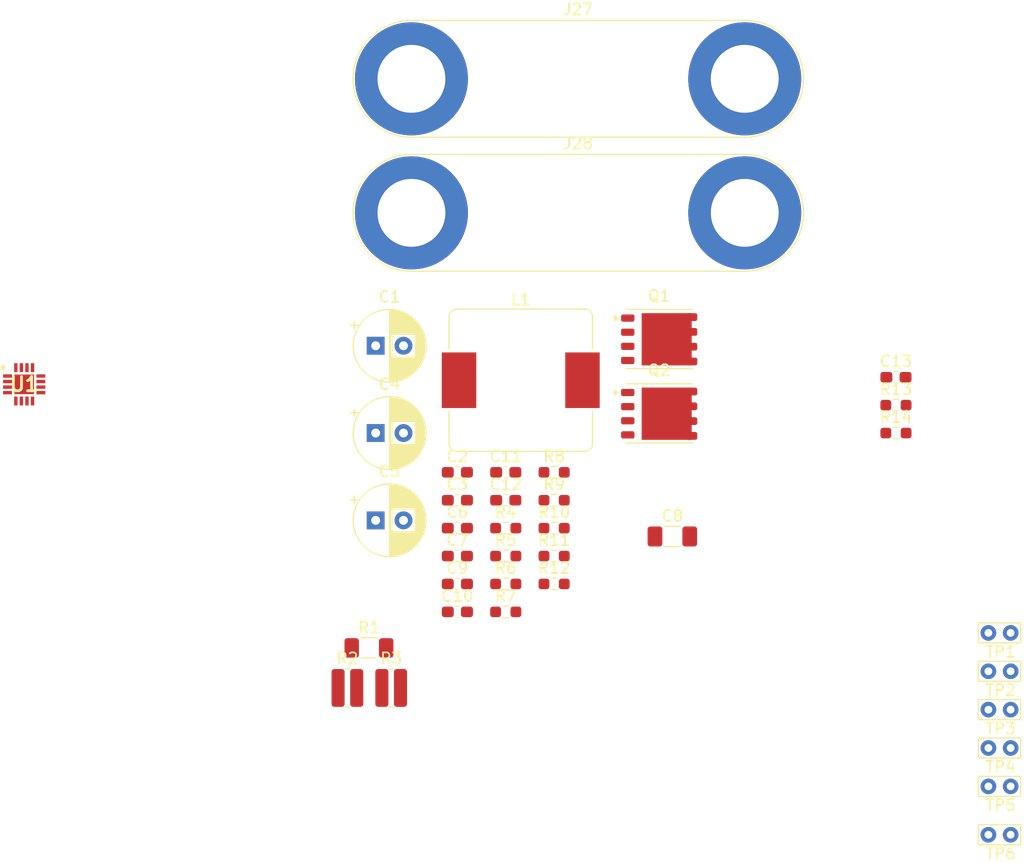
<source format=kicad_pcb>
(kicad_pcb (version 20241229) (generator "pcbnew") (generator_version "9.0")
  (title_block (title "Boost (Stage 2) Test Board") (date "2025-05-26") (rev "1B") (company "UT Robomasters") (comment 1 "Robomasters"))
  (layers (0 "F.Cu" signal) (2 "B.Cu" signal) (13 "F.Paste" user) (15 "B.Paste" user) (5 "F.SilkS" user "F.Silkscreen") (7 "B.SilkS" user "B.Silkscreen") (1 "F.Mask" user) (3 "B.Mask" user) (25 "Edge.Cuts" user))
  (net 0 "")
  (net 1 "GNDPWR")
  (net 2 "/+4.4V_{SCAP}_IN")
  (net 3 "/Output Boost (Stage 2)/BOOT")
  (net 4 "/Output Boost (Stage 2)/SW")
  (net 5 "/+24V_CAP_OUT")
  (net 6 "/Output Boost (Stage 2)/PGND")
  (net 7 "/Output Boost (Stage 2)/VCC")
  (net 8 "/Output Boost (Stage 2)/FB")
  (net 9 "/Output Boost (Stage 2)/COMP")
  (net 10 "/Output Boost (Stage 2)/SS")
  (net 11 "/Output Boost (Stage 2)/COMP_R")
  (net 12 "/Output Boost (Stage 2)/ISNS-")
  (net 13 "/Output Boost (Stage 2)/HDRV_R")
  (net 14 "/Output Boost (Stage 2)/LDRV_R")
  (net 15 "/Output Boost (Stage 2)/IN_R")
  (net 16 "/Output Boost (Stage 2)/PGOOD")
  (net 17 "/Output Boost (Stage 2)/LDRV")
  (net 18 "/Output Boost (Stage 2)/HDRV")
  (net 19 "/Output Boost (Stage 2)/RT")
  (net 21 "/Output Boost (Stage 2)/ISNS+")
  (net 22 "/Output Boost (Stage 2)/IN_RR")
  (footprint "TestPoint:TestPoint_Bridge_Pitch2.0mm_Drill0.7mm" (layer "F.Cu") (at 171.4 128.5)
    (property "Reference" "TP4" (at 1.1 1.7 0) (layer "F.SilkS"))
    (property "Value" "V_{LDRV}")
    (pad "1" thru_hole circle (at 0 0) (size 1.4 1.4) (drill 0.7) (layers "*.Cu" "*.Mask") (net 14 "/Output Boost (Stage 2)/LDRV_R"))
    (pad "1" thru_hole circle (at 2 0) (size 1.4 1.4) (drill 0.7) (layers "*.Cu" "*.Mask") (net 14 "/Output Boost (Stage 2)/LDRV_R"))
  )
  (footprint "Connector:Banana_Jack_2Pin" (layer "F.Cu") (at 119.52 68.33)
    (property "Reference" "J27" (at 14.985 -6.24 0) (layer "F.SilkS"))
    (property "Value" "Banana 2P")
    (pad "1" thru_hole circle (at 0 0) (size 10.16 10.16) (drill 6.1) (layers "*.Cu" "*.Mask") (net 2 "/+4.4V_{SCAP}_IN"))
    (pad "2" thru_hole circle (at 29.97 0) (size 10.16 10.16) (drill 6.1) (layers "*.Cu" "*.Mask") (net 1 "GNDPWR"))
  )
  (footprint "Resistor_SMD:R_0603_1608Metric_Pad0.98x0.95mm_HandSolder" (layer "F.Cu") (at 132.35 103.71)
    (property "Reference" "R8" (at 0 -1.43 0) (layer "F.SilkS"))
    (property "Value" "330k")
    (pad "1" smd roundrect (at -0.9125 0) (size 0.975 0.95) (layers "F.Cu" "F.Mask" "F.Paste") (net 5 "/+24V_CAP_OUT"))
    (pad "2" smd roundrect (at 0.9125 0) (size 0.975 0.95) (layers "F.Cu" "F.Mask" "F.Paste") (net 8 "/Output Boost (Stage 2)/FB"))
  )
  (footprint "Capacitor_SMD:C_0603_1608Metric_Pad1.08x0.95mm_HandSolder" (layer "F.Cu") (at 123.65 116.26)
    (property "Reference" "C10" (at 0 -1.43 0) (layer "F.SilkS"))
    (property "Value" "180p")
    (pad "1" smd roundrect (at -0.8625 0) (size 1.075 0.95) (layers "F.Cu" "F.Mask" "F.Paste") (net 9 "/Output Boost (Stage 2)/COMP"))
    (pad "2" smd roundrect (at 0.8625 0) (size 1.075 0.95) (layers "F.Cu" "F.Mask" "F.Paste") (net 1 "GNDPWR"))
  )
  (footprint "Inductor_SMD:L_Bourns_SRP1245A" (layer "F.Cu") (at 129.35 95.43)
    (property "Reference" "L1" (at 0 -7.25 0) (layer "F.SilkS"))
    (property "Value" "1.8u")
    (pad "1" smd rect (at -5.55 0) (size 3.1 5) (layers "F.Cu" "F.Mask" "F.Paste") (net 22 "/Output Boost (Stage 2)/IN_RR"))
    (pad "2" smd rect (at 5.55 0) (size 3.1 5) (layers "F.Cu" "F.Mask" "F.Paste") (net 4 "/Output Boost (Stage 2)/SW"))
  )
  (footprint "Resistor_SMD:R_0603_1608Metric_Pad0.98x0.95mm_HandSolder" (layer "F.Cu") (at 128 111.24)
    (property "Reference" "R5" (at 0 -1.43 0) (layer "F.SilkS"))
    (property "Value" "0")
    (pad "1" smd roundrect (at -0.9125 0) (size 0.975 0.95) (layers "F.Cu" "F.Mask" "F.Paste") (net 6 "/Output Boost (Stage 2)/PGND"))
    (pad "2" smd roundrect (at 0.9125 0) (size 0.975 0.95) (layers "F.Cu" "F.Mask" "F.Paste") (net 1 "GNDPWR"))
  )
  (footprint "Capacitor_SMD:C_0603_1608Metric_Pad1.08x0.95mm_HandSolder" (layer "F.Cu") (at 123.65 103.71)
    (property "Reference" "C2" (at 0 -1.43 0) (layer "F.SilkS"))
    (property "Value" "0.1u")
    (pad "1" smd roundrect (at -0.8625 0) (size 1.075 0.95) (layers "F.Cu" "F.Mask" "F.Paste") (net 2 "/+4.4V_{SCAP}_IN"))
    (pad "2" smd roundrect (at 0.8625 0) (size 1.075 0.95) (layers "F.Cu" "F.Mask" "F.Paste") (net 1 "GNDPWR"))
  )
  (footprint "Resistor_SMD:R_0612_1632Metric_Pad1.18x3.40mm_HandSolder" (layer "F.Cu") (at 117.7 123.1)
    (property "Reference" "R3" (at 0 -2.65 0) (layer "F.SilkS"))
    (property "Value" "1m")
    (pad "1" smd roundrect (at -0.8375 0) (size 1.175 3.4) (layers "F.Cu" "F.Mask" "F.Paste") (roundrect_rratio 0.212766) (net 15 "/Output Boost (Stage 2)/IN_R"))
    (pad "2" smd roundrect (at 0.8375 0) (size 1.175 3.4) (layers "F.Cu" "F.Mask" "F.Paste") (roundrect_rratio 0.212766) (net 22 "/Output Boost (Stage 2)/IN_RR"))
  )
  (footprint "Resistor_SMD:R_0612_1632Metric_Pad1.18x3.40mm_HandSolder" (layer "F.Cu") (at 113.7625 123.1)
    (property "Reference" "R2" (at 0 -2.65 0) (layer "F.SilkS"))
    (property "Value" "1m")
    (pad "1" smd roundrect (at -0.8375 0) (size 1.175 3.4) (layers "F.Cu" "F.Mask" "F.Paste") (roundrect_rratio 0.212766) (net 2 "/+4.4V_{SCAP}_IN"))
    (pad "2" smd roundrect (at 0.8375 0) (size 1.175 3.4) (layers "F.Cu" "F.Mask" "F.Paste") (roundrect_rratio 0.212766) (net 15 "/Output Boost (Stage 2)/IN_R"))
  )
  (footprint "Capacitor_SMD:C_0603_1608Metric_Pad1.08x0.95mm_HandSolder" (layer "F.Cu") (at 128 106.22)
    (property "Reference" "C12" (at 0 -1.43 0) (layer "F.SilkS"))
    (property "Value" "0.01u")
    (pad "1" smd roundrect (at -0.8625 0) (size 1.075 0.95) (layers "F.Cu" "F.Mask" "F.Paste") (net 11 "/Output Boost (Stage 2)/COMP_R"))
    (pad "2" smd roundrect (at 0.8625 0) (size 1.075 0.95) (layers "F.Cu" "F.Mask" "F.Paste") (net 1 "GNDPWR"))
  )
  (footprint "Resistor_SMD:R_0603_1608Metric_Pad0.98x0.95mm_HandSolder" (layer "F.Cu") (at 163.0875 100.18)
    (property "Reference" "R14" (at 0 -1.43 0) (layer "F.SilkS"))
    (property "Value" "10")
    (pad "1" smd roundrect (at -0.9125 0) (size 0.975 0.95) (layers "F.Cu" "F.Mask" "F.Paste") (net 12 "/Output Boost (Stage 2)/ISNS-"))
    (pad "2" smd roundrect (at 0.9125 0) (size 0.975 0.95) (layers "F.Cu" "F.Mask" "F.Paste") (net 22 "/Output Boost (Stage 2)/IN_RR"))
  )
  (footprint "Resistor_SMD:R_0603_1608Metric_Pad0.98x0.95mm_HandSolder" (layer "F.Cu") (at 132.35 113.75)
    (property "Reference" "R12" (at 0 -1.43 0) (layer "F.SilkS"))
    (property "Value" "43k")
    (pad "1" smd roundrect (at -0.9125 0) (size 0.975 0.95) (layers "F.Cu" "F.Mask" "F.Paste") (net 8 "/Output Boost (Stage 2)/FB"))
    (pad "2" smd roundrect (at 0.9125 0) (size 0.975 0.95) (layers "F.Cu" "F.Mask" "F.Paste") (net 1 "GNDPWR"))
  )
  (footprint "Capacitor_SMD:C_0603_1608Metric_Pad1.08x0.95mm_HandSolder" (layer "F.Cu") (at 123.65 108.73)
    (property "Reference" "C6" (at 0 -1.43 0) (layer "F.SilkS"))
    (property "Value" "1u")
    (pad "1" smd roundrect (at -0.8625 0) (size 1.075 0.95) (layers "F.Cu" "F.Mask" "F.Paste") (net 5 "/+24V_CAP_OUT"))
    (pad "2" smd roundrect (at 0.8625 0) (size 1.075 0.95) (layers "F.Cu" "F.Mask" "F.Paste") (net 1 "GNDPWR"))
  )
  (footprint "TestPoint:TestPoint_Bridge_Pitch2.0mm_Drill0.7mm" (layer "F.Cu") (at 171.4 125.05)
    (property "Reference" "TP3" (at 1.1 1.7 0) (layer "F.SilkS"))
    (property "Value" "V_{N}")
    (pad "1" thru_hole circle (at 0 0) (size 1.4 1.4) (drill 0.7) (layers "*.Cu" "*.Mask") (net 12 "/Output Boost (Stage 2)/ISNS-"))
    (pad "1" thru_hole circle (at 2 0) (size 1.4 1.4) (drill 0.7) (layers "*.Cu" "*.Mask") (net 12 "/Output Boost (Stage 2)/ISNS-"))
  )
  (footprint "Connector:Banana_Jack_2Pin" (layer "F.Cu") (at 119.52 80.38)
    (property "Reference" "J28" (at 14.985 -6.24 0) (layer "F.SilkS"))
    (property "Value" "Banana 2P")
    (pad "1" thru_hole circle (at 0 0) (size 10.16 10.16) (drill 6.1) (layers "*.Cu" "*.Mask") (net 5 "/+24V_CAP_OUT"))
    (pad "2" thru_hole circle (at 29.97 0) (size 10.16 10.16) (drill 6.1) (layers "*.Cu" "*.Mask") (net 1 "GNDPWR"))
  )
  (footprint "! Robomaster ICs:Texas_S-PWQFN-N16" (layer "F.Cu") (at 84.7 95.8)
    (property "Reference" "U1" (at 0 0 0) (layer "F.SilkS") (effects (font (size 1.27 1.27) (thickness 0.254))))
    (property "Value" "TPS43061" (hide yes))
    (pad "1" smd rect (at -1.5 -0.75 90) (size 0.3 0.8) (layers "F.Cu" "F.Mask" "F.Paste") (net 19 "/Output Boost (Stage 2)/RT"))
    (pad "2" smd rect (at -1.5 -0.25 90) (size 0.3 0.8) (layers "F.Cu" "F.Mask" "F.Paste") (net 10 "/Output Boost (Stage 2)/SS"))
    (pad "3" smd rect (at -1.5 0.25 90) (size 0.3 0.8) (layers "F.Cu" "F.Mask" "F.Paste") (net 9 "/Output Boost (Stage 2)/COMP"))
    (pad "4" smd rect (at -1.5 0.75 90) (size 0.3 0.8) (layers "F.Cu" "F.Mask" "F.Paste") (net 8 "/Output Boost (Stage 2)/FB"))
    (pad "5" smd rect (at -0.75 1.5) (size 0.3 0.8) (layers "F.Cu" "F.Mask" "F.Paste") (net 12 "/Output Boost (Stage 2)/ISNS-"))
    (pad "6" smd rect (at -0.25 1.5) (size 0.3 0.8) (layers "F.Cu" "F.Mask" "F.Paste") (net 21 "/Output Boost (Stage 2)/ISNS+"))
    (pad "7" smd rect (at 0.25 1.5) (size 0.3 0.8) (layers "F.Cu" "F.Mask" "F.Paste") (net 21 "/Output Boost (Stage 2)/ISNS+"))
    (pad "8" smd rect (at 0.75 1.5) (size 0.3 0.8) (layers "F.Cu" "F.Mask" "F.Paste") (net 17 "/Output Boost (Stage 2)/LDRV"))
    (pad "9" smd rect (at 1.5 0.75 90) (size 0.3 0.8) (layers "F.Cu" "F.Mask" "F.Paste") (net 6 "/Output Boost (Stage 2)/PGND"))
    (pad "10" smd rect (at 1.5 0.25 90) (size 0.3 0.8) (layers "F.Cu" "F.Mask" "F.Paste") (net 7 "/Output Boost (Stage 2)/VCC"))
    (pad "11" smd rect (at 1.5 -0.25 90) (size 0.3 0.8) (layers "F.Cu" "F.Mask" "F.Paste") (net 3 "/Output Boost (Stage 2)/BOOT"))
    (pad "12" smd rect (at 1.5 -0.75 90) (size 0.3 0.8) (layers "F.Cu" "F.Mask" "F.Paste") (net 4 "/Output Boost (Stage 2)/SW"))
    (pad "13" smd rect (at 0.75 -1.5) (size 0.3 0.8) (layers "F.Cu" "F.Mask" "F.Paste") (net 18 "/Output Boost (Stage 2)/HDRV"))
    (pad "14" smd rect (at 0.25 -1.5) (size 0.3 0.8) (layers "F.Cu" "F.Mask" "F.Paste") (net 16 "/Output Boost (Stage 2)/PGOOD"))
    (pad "15" smd rect (at -0.25 -1.5) (size 0.3 0.8) (layers "F.Cu" "F.Mask" "F.Paste"))
    (pad "16" smd rect (at -0.75 -1.5) (size 0.3 0.8) (layers "F.Cu" "F.Mask" "F.Paste") (net 1 "GNDPWR"))
    (pad "17" smd rect (at 0 0) (size 1.76 1.76) (layers "F.Cu" "F.Mask" "F.Paste") (net 1 "GNDPWR"))
  )
  (footprint "Resistor_SMD:R_0603_1608Metric_Pad0.98x0.95mm_HandSolder" (layer "F.Cu") (at 132.35 106.22)
    (property "Reference" "R9" (at 0 -1.43 0) (layer "F.SilkS"))
    (property "Value" "0")
    (pad "1" smd roundrect (at -0.9125 0) (size 0.975 0.95) (layers "F.Cu" "F.Mask" "F.Paste") (net 18 "/Output Boost (Stage 2)/HDRV"))
    (pad "2" smd roundrect (at 0.9125 0) (size 0.975 0.95) (layers "F.Cu" "F.Mask" "F.Paste") (net 13 "/Output Boost (Stage 2)/HDRV_R"))
  )
  (footprint "Package_SON:Infineon_PG-TDSON-8_6.15x5.15mm" (layer "F.Cu") (at 141.796827 91.75)
    (property "Reference" "Q1" (at 0 -3.9 0) (layer "F.SilkS"))
    (property "Value" "BSC059N04LS6")
    (pad "1" smd roundrect (at -2.825 -1.905) (size 1.2 0.65) (layers "F.Cu" "F.Mask" "F.Paste") (net 4 "/Output Boost (Stage 2)/SW"))
    (pad "2" smd roundrect (at -2.825 -0.635) (size 1.2 0.65) (layers "F.Cu" "F.Mask" "F.Paste") (net 4 "/Output Boost (Stage 2)/SW"))
    (pad "3" smd roundrect (at -2.825 0.635) (size 1.2 0.65) (layers "F.Cu" "F.Mask" "F.Paste") (net 4 "/Output Boost (Stage 2)/SW"))
    (pad "4" smd roundrect (at -2.825 1.905) (size 1.2 0.65) (layers "F.Cu" "F.Mask" "F.Paste") (net 13 "/Output Boost (Stage 2)/HDRV_R"))
    (pad "5" smd rect (at 0.675 0) (size 4.5 4.7) (layers "F.Cu" "F.Mask") (net 5 "/+24V_CAP_OUT"))
    (pad "5" smd roundrect (at 2.925 -1.995) (size 1 0.7) (layers "F.Cu" "F.Mask" "F.Paste") (net 5 "/+24V_CAP_OUT"))
    (pad "5" smd roundrect (at 2.925 -0.665) (size 1 0.7) (layers "F.Cu" "F.Mask" "F.Paste") (net 5 "/+24V_CAP_OUT"))
    (pad "5" smd roundrect (at 2.925 0.665) (size 1 0.7) (layers "F.Cu" "F.Mask" "F.Paste") (net 5 "/+24V_CAP_OUT"))
    (pad "5" smd roundrect (at 2.925 1.995) (size 1 0.7) (layers "F.Cu" "F.Mask" "F.Paste") (net 5 "/+24V_CAP_OUT"))
  )
  (footprint "Capacitor_SMD:C_0603_1608Metric_Pad1.08x0.95mm_HandSolder" (layer "F.Cu") (at 123.65 111.24)
    (property "Reference" "C7" (at 0 -1.43 0) (layer "F.SilkS"))
    (property "Value" "1u")
    (pad "1" smd roundrect (at -0.8625 0) (size 1.075 0.95) (layers "F.Cu" "F.Mask" "F.Paste") (net 5 "/+24V_CAP_OUT"))
    (pad "2" smd roundrect (at 0.8625 0) (size 1.075 0.95) (layers "F.Cu" "F.Mask" "F.Paste") (net 1 "GNDPWR"))
  )
  (footprint "Capacitor_THT:CP_Radial_D6.3mm_P2.50mm" (layer "F.Cu") (at 116.305241 100.18)
    (property "Reference" "C4" (at 1.25 -4.4 0) (layer "F.SilkS"))
    (property "Value" "220u")
    (pad "1" thru_hole rect (at 0 0) (size 1.6 1.6) (drill 0.8) (layers "*.Cu" "*.Mask") (net 5 "/+24V_CAP_OUT"))
    (pad "2" thru_hole circle (at 2.5 0) (size 1.6 1.6) (drill 0.8) (layers "*.Cu" "*.Mask") (net 1 "GNDPWR"))
  )
  (footprint "Package_SON:Infineon_PG-TDSON-8_6.15x5.15mm" (layer "F.Cu") (at 141.796827 98.44)
    (property "Reference" "Q2" (at 0 -3.9 0) (layer "F.SilkS"))
    (property "Value" "BSC059N04LS6")
    (pad "1" smd roundrect (at -2.825 -1.905) (size 1.2 0.65) (layers "F.Cu" "F.Mask" "F.Paste") (net 6 "/Output Boost (Stage 2)/PGND"))
    (pad "2" smd roundrect (at -2.825 -0.635) (size 1.2 0.65) (layers "F.Cu" "F.Mask" "F.Paste") (net 6 "/Output Boost (Stage 2)/PGND"))
    (pad "3" smd roundrect (at -2.825 0.635) (size 1.2 0.65) (layers "F.Cu" "F.Mask" "F.Paste") (net 6 "/Output Boost (Stage 2)/PGND"))
    (pad "4" smd roundrect (at -2.825 1.905) (size 1.2 0.65) (layers "F.Cu" "F.Mask" "F.Paste") (net 14 "/Output Boost (Stage 2)/LDRV_R"))
    (pad "5" smd rect (at 0.675 0) (size 4.5 4.7) (layers "F.Cu" "F.Mask") (net 4 "/Output Boost (Stage 2)/SW"))
    (pad "5" smd roundrect (at 2.925 -1.995) (size 1 0.7) (layers "F.Cu" "F.Mask" "F.Paste") (net 4 "/Output Boost (Stage 2)/SW"))
    (pad "5" smd roundrect (at 2.925 -0.665) (size 1 0.7) (layers "F.Cu" "F.Mask" "F.Paste") (net 4 "/Output Boost (Stage 2)/SW"))
    (pad "5" smd roundrect (at 2.925 0.665) (size 1 0.7) (layers "F.Cu" "F.Mask" "F.Paste") (net 4 "/Output Boost (Stage 2)/SW"))
    (pad "5" smd roundrect (at 2.925 1.995) (size 1 0.7) (layers "F.Cu" "F.Mask" "F.Paste") (net 4 "/Output Boost (Stage 2)/SW"))
  )
  (footprint "Capacitor_SMD:C_0603_1608Metric_Pad1.08x0.95mm_HandSolder" (layer "F.Cu") (at 128 103.71)
    (property "Reference" "C11" (at 0 -1.43 0) (layer "F.SilkS"))
    (property "Value" "0.1u")
    (pad "1" smd roundrect (at -0.8625 0) (size 1.075 0.95) (layers "F.Cu" "F.Mask" "F.Paste") (net 10 "/Output Boost (Stage 2)/SS"))
    (pad "2" smd roundrect (at 0.8625 0) (size 1.075 0.95) (layers "F.Cu" "F.Mask" "F.Paste") (net 1 "GNDPWR"))
  )
  (footprint "TestPoint:TestPoint_Bridge_Pitch2.0mm_Drill0.7mm" (layer "F.Cu") (at 171.4 118.15)
    (property "Reference" "TP1" (at 1.1 1.7 0) (layer "F.SilkS"))
    (property "Value" "V_{SW}")
    (pad "1" thru_hole circle (at 0 0) (size 1.4 1.4) (drill 0.7) (layers "*.Cu" "*.Mask") (net 4 "/Output Boost (Stage 2)/SW"))
    (pad "1" thru_hole circle (at 2 0) (size 1.4 1.4) (drill 0.7) (layers "*.Cu" "*.Mask") (net 4 "/Output Boost (Stage 2)/SW"))
  )
  (footprint "Capacitor_THT:CP_Radial_D6.3mm_P2.50mm" (layer "F.Cu") (at 116.305241 92.33)
    (property "Reference" "C1" (at 1.25 -4.4 0) (layer "F.SilkS"))
    (property "Value" "220u")
    (pad "1" thru_hole rect (at 0 0) (size 1.6 1.6) (drill 0.8) (layers "*.Cu" "*.Mask") (net 2 "/+4.4V_{SCAP}_IN"))
    (pad "2" thru_hole circle (at 2.5 0) (size 1.6 1.6) (drill 0.8) (layers "*.Cu" "*.Mask") (net 1 "GNDPWR"))
  )
  (footprint "TestPoint:TestPoint_Bridge_Pitch2.0mm_Drill0.7mm" (layer "F.Cu") (at 171.4 131.95)
    (property "Reference" "TP5" (at 1.1 1.7 0) (layer "F.SilkS"))
    (property "Value" "V_{HDRV}")
    (pad "1" thru_hole circle (at 0 0) (size 1.4 1.4) (drill 0.7) (layers "*.Cu" "*.Mask") (net 13 "/Output Boost (Stage 2)/HDRV_R"))
    (pad "1" thru_hole circle (at 2 0) (size 1.4 1.4) (drill 0.7) (layers "*.Cu" "*.Mask") (net 13 "/Output Boost (Stage 2)/HDRV_R"))
  )
  (footprint "Capacitor_SMD:C_1206_3216Metric_Pad1.33x1.80mm_HandSolder" (layer "F.Cu") (at 142.98 109.48)
    (property "Reference" "C8" (at 0 -1.85 0) (layer "F.SilkS"))
    (property "Value" "10u")
    (pad "1" smd roundrect (at -1.5625 0) (size 1.325 1.8) (layers "F.Cu" "F.Mask" "F.Paste") (roundrect_rratio 0.188679) (net 7 "/Output Boost (Stage 2)/VCC"))
    (pad "2" smd roundrect (at 1.5625 0) (size 1.325 1.8) (layers "F.Cu" "F.Mask" "F.Paste") (roundrect_rratio 0.188679) (net 6 "/Output Boost (Stage 2)/PGND"))
  )
  (footprint "Resistor_SMD:R_0603_1608Metric_Pad0.98x0.95mm_HandSolder" (layer "F.Cu") (at 128 108.73)
    (property "Reference" "R4" (at 0 -1.43 0) (layer "F.SilkS"))
    (property "Value" "100k")
    (pad "1" smd roundrect (at -0.9125 0) (size 0.975 0.95) (layers "F.Cu" "F.Mask" "F.Paste") (net 7 "/Output Boost (Stage 2)/VCC"))
    (pad "2" smd roundrect (at 0.9125 0) (size 0.975 0.95) (layers "F.Cu" "F.Mask" "F.Paste") (net 16 "/Output Boost (Stage 2)/PGOOD"))
  )
  (footprint "Capacitor_SMD:C_0603_1608Metric_Pad1.08x0.95mm_HandSolder" (layer "F.Cu") (at 123.65 106.22)
    (property "Reference" "C3" (at 0 -1.43 0) (layer "F.SilkS"))
    (property "Value" "0.1u")
    (pad "1" smd roundrect (at -0.8625 0) (size 1.075 0.95) (layers "F.Cu" "F.Mask" "F.Paste") (net 4 "/Output Boost (Stage 2)/SW"))
    (pad "2" smd roundrect (at 0.8625 0) (size 1.075 0.95) (layers "F.Cu" "F.Mask" "F.Paste") (net 3 "/Output Boost (Stage 2)/BOOT"))
  )
  (footprint "Resistor_SMD:R_0603_1608Metric_Pad0.98x0.95mm_HandSolder" (layer "F.Cu") (at 128 113.75)
    (property "Reference" "R6" (at 0 -1.43 0) (layer "F.SilkS"))
    (property "Value" "0")
    (pad "1" smd roundrect (at -0.9125 0) (size 0.975 0.95) (layers "F.Cu" "F.Mask" "F.Paste") (net 17 "/Output Boost (Stage 2)/LDRV"))
    (pad "2" smd roundrect (at 0.9125 0) (size 0.975 0.95) (layers "F.Cu" "F.Mask" "F.Paste") (net 14 "/Output Boost (Stage 2)/LDRV_R"))
  )
  (footprint "Capacitor_SMD:C_0603_1608Metric_Pad1.08x0.95mm_HandSolder" (layer "F.Cu") (at 163.0875 95.16)
    (property "Reference" "C13" (at 0 -1.43 0) (layer "F.SilkS"))
    (property "Value" "100p")
    (pad "1" smd roundrect (at -0.8625 0) (size 1.075 0.95) (layers "F.Cu" "F.Mask" "F.Paste") (net 21 "/Output Boost (Stage 2)/ISNS+"))
    (pad "2" smd roundrect (at 0.8625 0) (size 1.075 0.95) (layers "F.Cu" "F.Mask" "F.Paste") (net 12 "/Output Boost (Stage 2)/ISNS-"))
  )
  (footprint "Resistor_SMD:R_0603_1608Metric_Pad0.98x0.95mm_HandSolder" (layer "F.Cu") (at 163.0875 97.67)
    (property "Reference" "R13" (at 0 -1.43 0) (layer "F.SilkS"))
    (property "Value" "10")
    (pad "1" smd roundrect (at -0.9125 0) (size 0.975 0.95) (layers "F.Cu" "F.Mask" "F.Paste") (net 21 "/Output Boost (Stage 2)/ISNS+"))
    (pad "2" smd roundrect (at 0.9125 0) (size 0.975 0.95) (layers "F.Cu" "F.Mask" "F.Paste") (net 2 "/+4.4V_{SCAP}_IN"))
  )
  (footprint "TestPoint:TestPoint_Bridge_Pitch2.0mm_Drill0.7mm" (layer "F.Cu") (at 171.4 121.6)
    (property "Reference" "TP2" (at 1.1 1.7 0) (layer "F.SilkS"))
    (property "Value" "V_{P}")
    (pad "1" thru_hole circle (at 0 0) (size 1.4 1.4) (drill 0.7) (layers "*.Cu" "*.Mask") (net 21 "/Output Boost (Stage 2)/ISNS+"))
    (pad "1" thru_hole circle (at 2 0) (size 1.4 1.4) (drill 0.7) (layers "*.Cu" "*.Mask") (net 21 "/Output Boost (Stage 2)/ISNS+"))
  )
  (footprint "TestPoint:TestPoint_Bridge_Pitch2.0mm_Drill0.7mm" (layer "F.Cu") (at 171.4 136.3)
    (property "Reference" "TP6" (at 1.1 1.7 0) (layer "F.SilkS"))
    (property "Value" "V_{HDRV}")
    (pad "1" thru_hole circle (at 0 0) (size 1.4 1.4) (drill 0.7) (layers "*.Cu" "*.Mask") (net 16 "/Output Boost (Stage 2)/PGOOD"))
    (pad "1" thru_hole circle (at 2 0) (size 1.4 1.4) (drill 0.7) (layers "*.Cu" "*.Mask") (net 16 "/Output Boost (Stage 2)/PGOOD"))
  )
  (footprint "Resistor_SMD:R_1206_3216Metric_Pad1.30x1.75mm_HandSolder" (layer "F.Cu") (at 115.7 119.5)
    (property "Reference" "R1" (at 0 -1.82 0) (layer "F.SilkS"))
    (property "Value" "47m")
    (pad "1" smd roundrect (at -1.55 0) (size 1.3 1.75) (layers "F.Cu" "F.Mask" "F.Paste") (roundrect_rratio 0.192308) (net 2 "/+4.4V_{SCAP}_IN"))
    (pad "2" smd roundrect (at 1.55 0) (size 1.3 1.75) (layers "F.Cu" "F.Mask" "F.Paste") (roundrect_rratio 0.192308) (net 22 "/Output Boost (Stage 2)/IN_RR"))
  )
  (footprint "Capacitor_SMD:C_0603_1608Metric_Pad1.08x0.95mm_HandSolder" (layer "F.Cu") (at 123.65 113.75)
    (property "Reference" "C9" (at 0 -1.43 0) (layer "F.SilkS"))
    (property "Value" "15p")
    (pad "1" smd roundrect (at -0.8625 0) (size 1.075 0.95) (layers "F.Cu" "F.Mask" "F.Paste") (net 5 "/+24V_CAP_OUT"))
    (pad "2" smd roundrect (at 0.8625 0) (size 1.075 0.95) (layers "F.Cu" "F.Mask" "F.Paste") (net 8 "/Output Boost (Stage 2)/FB"))
  )
  (footprint "Resistor_SMD:R_0603_1608Metric_Pad0.98x0.95mm_HandSolder" (layer "F.Cu") (at 132.35 108.73)
    (property "Reference" "R10" (at 0 -1.43 0) (layer "F.SilkS"))
    (property "Value" "76.8k")
    (pad "1" smd roundrect (at -0.9125 0) (size 0.975 0.95) (layers "F.Cu" "F.Mask" "F.Paste") (net 19 "/Output Boost (Stage 2)/RT"))
    (pad "2" smd roundrect (at 0.9125 0) (size 0.975 0.95) (layers "F.Cu" "F.Mask" "F.Paste") (net 1 "GNDPWR"))
  )
  (footprint "Resistor_SMD:R_0603_1608Metric_Pad0.98x0.95mm_HandSolder" (layer "F.Cu") (at 128 116.26)
    (property "Reference" "R7" (at 0 -1.43 0) (layer "F.SilkS"))
    (property "Value" "22.6k")
    (pad "1" smd roundrect (at -0.9125 0) (size 0.975 0.95) (layers "F.Cu" "F.Mask" "F.Paste") (net 9 "/Output Boost (Stage 2)/COMP"))
    (pad "2" smd roundrect (at 0.9125 0) (size 0.975 0.95) (layers "F.Cu" "F.Mask" "F.Paste") (net 11 "/Output Boost (Stage 2)/COMP_R"))
  )
  (footprint "Capacitor_THT:CP_Radial_D6.3mm_P2.50mm" (layer "F.Cu") (at 116.305241 108.03)
    (property "Reference" "C5" (at 1.25 -4.4 0) (layer "F.SilkS"))
    (property "Value" "220u")
    (pad "1" thru_hole rect (at 0 0) (size 1.6 1.6) (drill 0.8) (layers "*.Cu" "*.Mask") (net 5 "/+24V_CAP_OUT"))
    (pad "2" thru_hole circle (at 2.5 0) (size 1.6 1.6) (drill 0.8) (layers "*.Cu" "*.Mask") (net 1 "GNDPWR"))
  )
  (footprint "Resistor_SMD:R_0603_1608Metric_Pad0.98x0.95mm_HandSolder" (layer "F.Cu") (at 132.35 111.24)
    (property "Reference" "R11" (at 0 -1.43 0) (layer "F.SilkS"))
    (property "Value" "30k")
    (pad "1" smd roundrect (at -0.9125 0) (size 0.975 0.95) (layers "F.Cu" "F.Mask" "F.Paste") (net 8 "/Output Boost (Stage 2)/FB"))
    (pad "2" smd roundrect (at 0.9125 0) (size 0.975 0.95) (layers "F.Cu" "F.Mask" "F.Paste") (net 1 "GNDPWR"))
  )
)
</source>
